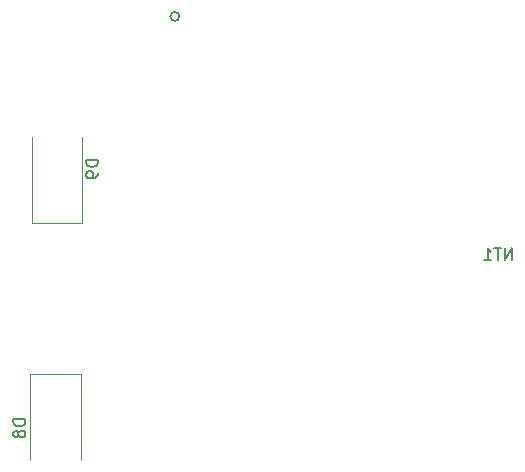
<source format=gbr>
G04 #@! TF.GenerationSoftware,KiCad,Pcbnew,(5.1.2)-2*
G04 #@! TF.CreationDate,2020-01-21T19:45:37-05:00*
G04 #@! TF.ProjectId,PowerSenseModule,506f7765-7253-4656-9e73-654d6f64756c,1.0*
G04 #@! TF.SameCoordinates,Original*
G04 #@! TF.FileFunction,Legend,Bot*
G04 #@! TF.FilePolarity,Positive*
%FSLAX46Y46*%
G04 Gerber Fmt 4.6, Leading zero omitted, Abs format (unit mm)*
G04 Created by KiCad (PCBNEW (5.1.2)-2) date 2020-01-21 19:45:37*
%MOMM*%
%LPD*%
G04 APERTURE LIST*
%ADD10C,0.152400*%
%ADD11C,0.120000*%
%ADD12C,0.150000*%
G04 APERTURE END LIST*
D10*
X130461000Y-68009000D02*
G75*
G03X130461000Y-68009000I-381000J0D01*
G01*
D11*
X122260000Y-85520000D02*
X122260000Y-78220000D01*
X117960000Y-85520000D02*
X117960000Y-78220000D01*
X122260000Y-85520000D02*
X117960000Y-85520000D01*
X117810000Y-98270000D02*
X117810000Y-105570000D01*
X122110000Y-98270000D02*
X122110000Y-105570000D01*
X117810000Y-98270000D02*
X122110000Y-98270000D01*
D12*
X158602857Y-88647380D02*
X158602857Y-87647380D01*
X158031428Y-88647380D01*
X158031428Y-87647380D01*
X157698095Y-87647380D02*
X157126666Y-87647380D01*
X157412380Y-88647380D02*
X157412380Y-87647380D01*
X156269523Y-88647380D02*
X156840952Y-88647380D01*
X156555238Y-88647380D02*
X156555238Y-87647380D01*
X156650476Y-87790238D01*
X156745714Y-87885476D01*
X156840952Y-87933095D01*
X123562380Y-80181904D02*
X122562380Y-80181904D01*
X122562380Y-80420000D01*
X122610000Y-80562857D01*
X122705238Y-80658095D01*
X122800476Y-80705714D01*
X122990952Y-80753333D01*
X123133809Y-80753333D01*
X123324285Y-80705714D01*
X123419523Y-80658095D01*
X123514761Y-80562857D01*
X123562380Y-80420000D01*
X123562380Y-80181904D01*
X123562380Y-81229523D02*
X123562380Y-81420000D01*
X123514761Y-81515238D01*
X123467142Y-81562857D01*
X123324285Y-81658095D01*
X123133809Y-81705714D01*
X122752857Y-81705714D01*
X122657619Y-81658095D01*
X122610000Y-81610476D01*
X122562380Y-81515238D01*
X122562380Y-81324761D01*
X122610000Y-81229523D01*
X122657619Y-81181904D01*
X122752857Y-81134285D01*
X122990952Y-81134285D01*
X123086190Y-81181904D01*
X123133809Y-81229523D01*
X123181428Y-81324761D01*
X123181428Y-81515238D01*
X123133809Y-81610476D01*
X123086190Y-81658095D01*
X122990952Y-81705714D01*
X117412380Y-102131904D02*
X116412380Y-102131904D01*
X116412380Y-102370000D01*
X116460000Y-102512857D01*
X116555238Y-102608095D01*
X116650476Y-102655714D01*
X116840952Y-102703333D01*
X116983809Y-102703333D01*
X117174285Y-102655714D01*
X117269523Y-102608095D01*
X117364761Y-102512857D01*
X117412380Y-102370000D01*
X117412380Y-102131904D01*
X116840952Y-103274761D02*
X116793333Y-103179523D01*
X116745714Y-103131904D01*
X116650476Y-103084285D01*
X116602857Y-103084285D01*
X116507619Y-103131904D01*
X116460000Y-103179523D01*
X116412380Y-103274761D01*
X116412380Y-103465238D01*
X116460000Y-103560476D01*
X116507619Y-103608095D01*
X116602857Y-103655714D01*
X116650476Y-103655714D01*
X116745714Y-103608095D01*
X116793333Y-103560476D01*
X116840952Y-103465238D01*
X116840952Y-103274761D01*
X116888571Y-103179523D01*
X116936190Y-103131904D01*
X117031428Y-103084285D01*
X117221904Y-103084285D01*
X117317142Y-103131904D01*
X117364761Y-103179523D01*
X117412380Y-103274761D01*
X117412380Y-103465238D01*
X117364761Y-103560476D01*
X117317142Y-103608095D01*
X117221904Y-103655714D01*
X117031428Y-103655714D01*
X116936190Y-103608095D01*
X116888571Y-103560476D01*
X116840952Y-103465238D01*
M02*

</source>
